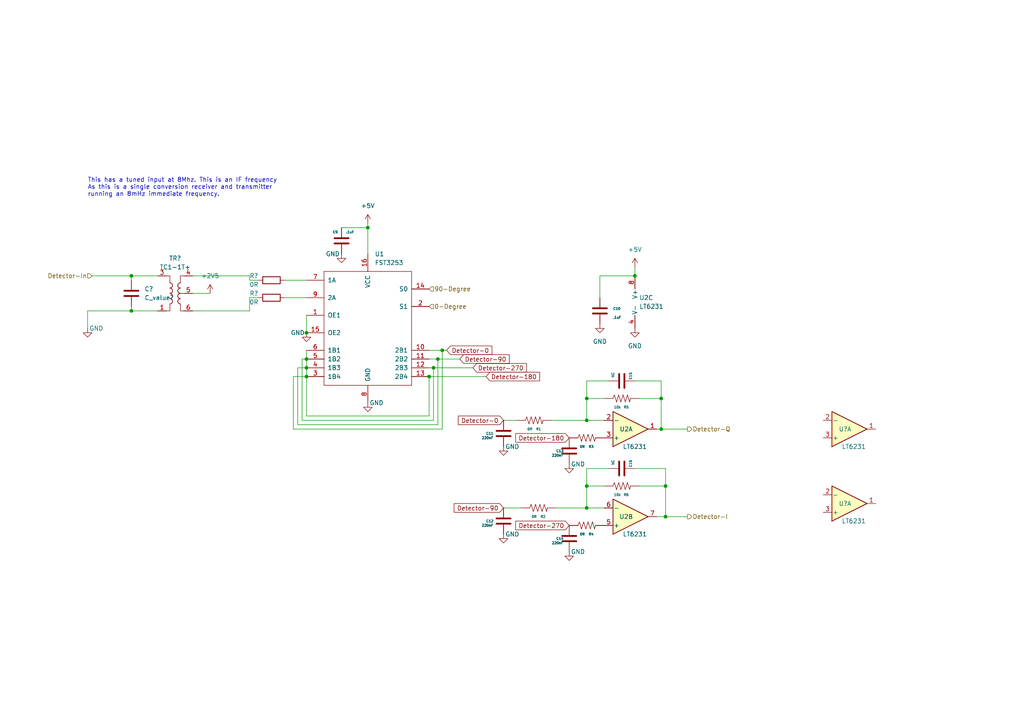
<source format=kicad_sch>
(kicad_sch (version 20230121) (generator eeschema)
  (paper "A4")
  (lib_symbols
    (symbol "Amplifier_Operational:LM358" (pin_names (offset 0.127))
      (property "Reference" "U" (at 0 5.08 0))
      (property "Value" "LM358" (at 0 -5.08 0))
      (symbol "LM358_1_1"
        (polyline (pts (xy -5.08 5.08) (xy 5.08 0) (xy -5.08 -5.08) (xy -5.08 5.08)) (stroke (width 0.254)) (fill (type background)))
        (pin output line (at 7.62 0 180) (length 2.54) (name "~") (number "1"))
        (pin input line (at -7.62 -2.54 0) (length 2.54) (name "-") (number "2"))
        (pin input line (at -7.62 2.54 0) (length 2.54) (name "+") (number "3"))
      )
      (symbol "LM358_2_1"
        (polyline (pts (xy -5.08 5.08) (xy 5.08 0) (xy -5.08 -5.08) (xy -5.08 5.08)) (stroke (width 0.254)) (fill (type background)))
        (pin input line (at -7.62 2.54 0) (length 2.54) (name "+") (number "5"))
        (pin input line (at -7.62 -2.54 0) (length 2.54) (name "-") (number "6"))
        (pin output line (at 7.62 0 180) (length 2.54) (name "~") (number "7"))
      )
      (symbol "LM358_3_1"
        (pin power_in line (at -2.54 -7.62 90) (length 3.81) (name "V-") (number "4"))
        (pin power_in line (at -2.54 7.62 270) (length 3.81) (name "V+") (number "8"))
      )
    )
    (symbol "Device:C" (pin_numbers hide) (pin_names (offset 0.254))
      (property "Reference" "C" (at 0.635 2.54 0))
      (property "Value" "C" (at 0.635 -2.54 0))
      (symbol "C_0_1"
        (polyline (pts (xy -2.032 -0.762) (xy 2.032 -0.762)) (stroke (width 0.508)))
        (polyline (pts (xy -2.032 0.762) (xy 2.032 0.762)) (stroke (width 0.508)))
      )
      (symbol "C_1_1"
        (pin passive line (at 0 3.81 270) (length 2.794) (name "~") (number "1"))
        (pin passive line (at 0 -3.81 90) (length 2.794) (name "~") (number "2"))
      )
    )
    (symbol "Device:R" (pin_numbers hide) (pin_names (offset 0))
      (property "Reference" "R" (at 2.032 0 90))
      (property "Value" "R" (at 0 0 90))
      (symbol "R_0_1"
        (rectangle (start -1.016 -2.54) (end 1.016 2.54) (stroke (width 0.254)))
      )
      (symbol "R_1_1"
        (pin passive line (at 0 3.81 270) (length 1.27) (name "~") (number "1"))
        (pin passive line (at 0 -3.81 90) (length 1.27) (name "~") (number "2"))
      )
    )
    (symbol "Transformer:ADT1-6T" (pin_names hide)
      (property "Reference" "TR" (at 0 6.35 0))
      (property "Value" "ADT1-6T" (at 0 -6.35 0))
      (symbol "ADT1-6T_0_1"
        (arc (start -1.524 -3.048) (mid -0.7653 -2.286) (end -1.524 -1.524) (stroke (width 0.2032)))
        (arc (start -1.524 -1.524) (mid -0.7653 -0.762) (end -1.524 0) (stroke (width 0.2032)))
        (arc (start -1.524 0) (mid -0.7653 0.762) (end -1.524 1.524) (stroke (width 0.2032)))
        (arc (start -1.524 1.524) (mid -0.7653 2.286) (end -1.524 3.048) (stroke (width 0.2032)))
        (polyline (pts (xy 2.54 0) (xy 1.27 0)) (stroke (width 0.1524)))
        (polyline (pts (xy -2.54 5.08) (xy -1.524 5.08) (xy -1.524 3.048) (xy -1.524 3.048)) (stroke (width 0.1524)))
        (polyline (pts (xy -1.524 -3.048) (xy -1.524 -5.08) (xy -2.54 -5.08) (xy -2.54 -5.08)) (stroke (width 0.1524)))
        (polyline (pts (xy 1.524 3.048) (xy 1.524 5.08) (xy 2.54 5.08) (xy 2.54 5.08)) (stroke (width 0.1524)))
        (polyline (pts (xy 2.54 -5.08) (xy 1.524 -5.08) (xy 1.524 -3.048) (xy 1.524 -3.048)) (stroke (width 0.1524)))
        (arc (start 1.524 -1.524) (mid 0.7653 -2.286) (end 1.524 -3.048) (stroke (width 0.2032)))
        (arc (start 1.524 0) (mid 0.7653 -0.762) (end 1.524 -1.524) (stroke (width 0.2032)))
        (arc (start 1.524 1.524) (mid 0.7653 0.762) (end 1.524 0) (stroke (width 0.2032)))
        (arc (start 1.524 3.048) (mid 0.7653 2.286) (end 1.524 1.524) (stroke (width 0.2032)))
      )
      (symbol "ADT1-6T_1_1"
        (pin passive line (at -5.08 -5.08 0) (length 2.54) (name "~") (number "1"))
        (pin passive line (at -5.08 5.08 0) (length 2.54) (name "~") (number "3"))
        (pin passive line (at 5.08 5.08 180) (length 2.54) (name "~") (number "4"))
        (pin passive line (at 5.08 0 180) (length 2.54) (name "~") (number "5"))
        (pin passive line (at 5.08 -5.08 180) (length 2.54) (name "~") (number "6"))
      )
    )
    (symbol "Xenir:Capacitor" (pin_names (offset 1.016))
      (property "Reference" "C" (at 0 3.175 0))
      (property "Value" "Capacitor" (at 0 -3.175 0))
      (symbol "Capacitor_1_1"
        (polyline (pts (xy -0.762 -2.032) (xy -0.762 2.032)) (stroke (width 0.508)))
        (polyline (pts (xy 0.762 -2.032) (xy 0.762 2.032)) (stroke (width 0.508)))
        (pin passive line (at -3.81 0 0) (length 2.794) (name "~") (number "1"))
        (pin passive line (at 3.81 0 180) (length 2.794) (name "~") (number "2"))
      )
    )
    (symbol "Xenir:FST3253" (pin_names (offset 1.016))
      (property "Reference" "U" (at -2.54 -15.24 0))
      (property "Value" "FST3253" (at -11.43 -33.02 0))
      (symbol "FST3253_1_1"
        (polyline (pts (xy -24.13 -16.51) (xy -24.13 -49.53)))
        (polyline (pts (xy -24.13 -16.51) (xy 1.27 -16.51)))
        (polyline (pts (xy 1.27 -49.53) (xy -24.13 -49.53)))
        (polyline (pts (xy 1.27 -49.53) (xy 1.27 -16.51)))
        (pin bidirectional line (at -29.21 -29.21 0) (length 5.08) (name "OE1") (number "1"))
        (pin output line (at 6.35 -39.37 180) (length 5.08) (name "2B1") (number "10"))
        (pin output line (at 6.35 -41.91 180) (length 5.08) (name "2B2") (number "11"))
        (pin input line (at 6.35 -44.45 180) (length 5.08) (name "2B3") (number "12"))
        (pin input line (at 6.35 -46.99 180) (length 5.08) (name "2B4") (number "13"))
        (pin bidirectional line (at 6.35 -21.59 180) (length 5.08) (name "S0") (number "14"))
        (pin bidirectional line (at -29.21 -34.29 0) (length 5.08) (name "OE2") (number "15"))
        (pin bidirectional line (at -11.43 -11.43 270) (length 5.08) (name "VCC") (number "16"))
        (pin bidirectional line (at 6.35 -26.67 180) (length 5.08) (name "S1") (number "2"))
        (pin output line (at -29.21 -46.99 0) (length 5.08) (name "1B4") (number "3"))
        (pin output line (at -29.21 -44.45 0) (length 5.08) (name "1B3") (number "4"))
        (pin input line (at -29.21 -41.91 0) (length 5.08) (name "1B2") (number "5"))
        (pin input line (at -29.21 -39.37 0) (length 5.08) (name "1B1") (number "6"))
        (pin bidirectional line (at -29.21 -19.05 0) (length 5.08) (name "1A") (number "7"))
        (pin bidirectional line (at -11.43 -54.61 90) (length 5.08) (name "GND") (number "8"))
        (pin bidirectional line (at -29.21 -24.13 0) (length 5.08) (name "2A") (number "9"))
      )
    )
    (symbol "Xenir:Resistor" (pin_names (offset 1.016))
      (property "Reference" "R" (at 0 1.905 0))
      (property "Value" "Resistor" (at 0 -1.905 0))
      (symbol "Resistor_1_1"
        (polyline (pts (xy -2.54 0) (xy -2.159 1.016)))
        (polyline (pts (xy -2.159 1.016) (xy -1.524 -1.016)))
        (polyline (pts (xy -1.524 -1.016) (xy -0.889 1.016)))
        (polyline (pts (xy -0.889 1.016) (xy -0.254 -1.016)))
        (polyline (pts (xy -0.254 -1.016) (xy 0.381 1.016)))
        (polyline (pts (xy 0.381 1.016) (xy 1.016 -1.016)))
        (polyline (pts (xy 1.016 -1.016) (xy 1.651 1.016)))
        (polyline (pts (xy 1.651 1.016) (xy 2.286 -1.016)))
        (polyline (pts (xy 2.286 -1.016) (xy 2.54 0)))
        (pin passive line (at -5.08 0 0) (length 2.54) (name "1") (number "1"))
        (pin passive line (at 5.08 0 180) (length 2.54) (name "2") (number "2"))
      )
    )
    (symbol "power:+2V5" (power) (pin_names (offset 0))
      (property "Value" "+2V5" (at 0 3.556 0))
      (symbol "+2V5_0_1"
        (polyline (pts (xy -0.762 1.27) (xy 0 2.54)))
        (polyline (pts (xy 0 0) (xy 0 2.54)))
        (polyline (pts (xy 0 2.54) (xy 0.762 1.27)))
      )
      (symbol "+2V5_1_1"
        (pin power_in line (at 0 0 90) (length 0) hide (name "+2V5") (number "1"))
      )
    )
    (symbol "power:+5V" (power) (pin_names (offset 0))
      (property "Value" "+5V" (at 0 3.556 0))
      (symbol "+5V_0_1"
        (polyline (pts (xy -0.762 1.27) (xy 0 2.54)))
        (polyline (pts (xy 0 0) (xy 0 2.54)))
        (polyline (pts (xy 0 2.54) (xy 0.762 1.27)))
      )
      (symbol "+5V_1_1"
        (pin power_in line (at 0 0 90) (length 0) hide (name "+5V") (number "1"))
      )
    )
    (symbol "power:GND" (power) (pin_names (offset 0))
      (property "Value" "GND" (at 0 -3.81 0))
      (symbol "GND_0_1"
        (polyline (pts (xy 0 0) (xy 0 -1.27) (xy 1.27 -1.27) (xy 0 -2.54) (xy -1.27 -1.27) (xy 0 -1.27)))
      )
      (symbol "GND_1_1"
        (pin power_in line (at 0 0 270) (length 0) hide (name "GND") (number "1"))
      )
    )
  )
  (junction (at 127 104.14))
  (junction (at 125.73 106.68))
  (junction (at 128.27 101.6))
  (junction (at 184.15 80.01))
  (junction (at 191.77 115.57))
  (junction (at 191.77 124.46))
  (junction (at 170.18 140.97))
  (junction (at 106.68 66.04))
  (junction (at 170.18 115.57))
  (junction (at 88.9 106.68))
  (junction (at 38.1 80.01))
  (junction (at 124.46 109.22))
  (junction (at 88.9 109.22))
  (junction (at 88.9 104.14))
  (junction (at 170.18 121.92))
  (junction (at 193.04 149.86))
  (junction (at 193.04 140.97))
  (junction (at 170.18 147.32))
  (junction (at 88.9 96.52))
  (junction (at 38.1 90.17))
  (wire (pts (xy 88.9 91.44) (xy 88.9 96.52)))
  (wire (pts (xy 193.04 140.97) (xy 193.04 135.89)))
  (wire (pts (xy 124.46 101.6) (xy 128.27 101.6)))
  (wire (pts (xy 72.39 81.28) (xy 74.93 81.28)))
  (wire (pts (xy 125.73 106.68) (xy 137.16 106.68)))
  (wire (pts (xy 128.27 101.6) (xy 129.54 101.6)))
  (wire (pts (xy 127 104.14) (xy 127 123.19)))
  (wire (pts (xy 193.04 149.86) (xy 199.39 149.86)))
  (wire (pts (xy 128.27 124.46) (xy 85.09 124.46)))
  (wire (pts (xy 124.46 106.68) (xy 125.73 106.68)))
  (wire (pts (xy 72.39 86.36) (xy 74.93 86.36)))
  (wire (pts (xy 88.9 101.6) (xy 88.9 104.14)))
  (wire (pts (xy 38.1 90.17) (xy 45.72 90.17)))
  (wire (pts (xy 86.36 123.19) (xy 86.36 106.68)))
  (wire (pts (xy 184.15 110.49) (xy 191.77 110.49)))
  (wire (pts (xy 124.46 109.22) (xy 140.97 109.22)))
  (wire (pts (xy 88.9 109.22) (xy 88.9 120.65)))
  (wire (pts (xy 170.18 121.92) (xy 175.26 121.92)))
  (wire (pts (xy 125.73 106.68) (xy 125.73 121.92)))
  (wire (pts (xy 173.99 80.01) (xy 184.15 80.01)))
  (wire (pts (xy 170.18 110.49) (xy 170.18 115.57)))
  (wire (pts (xy 176.53 135.89) (xy 170.18 135.89)))
  (wire (pts (xy 170.18 140.97) (xy 170.18 147.32)))
  (wire (pts (xy 146.05 147.32) (xy 151.13 147.32)))
  (wire (pts (xy 161.29 147.32) (xy 170.18 147.32)))
  (wire (pts (xy 38.1 88.9) (xy 38.1 90.17)))
  (wire (pts (xy 55.88 90.17) (xy 72.39 90.17)))
  (wire (pts (xy 38.1 80.01) (xy 45.72 80.01)))
  (wire (pts (xy 25.4 90.17) (xy 25.4 95.25)))
  (wire (pts (xy 82.55 81.28) (xy 88.9 81.28)))
  (wire (pts (xy 99.06 66.04) (xy 106.68 66.04)))
  (wire (pts (xy 82.55 86.36) (xy 88.9 86.36)))
  (wire (pts (xy 55.88 80.01) (xy 72.39 80.01)))
  (wire (pts (xy 191.77 110.49) (xy 191.77 115.57)))
  (wire (pts (xy 72.39 80.01) (xy 72.39 81.28)))
  (wire (pts (xy 170.18 140.97) (xy 175.26 140.97)))
  (wire (pts (xy 125.73 121.92) (xy 87.63 121.92)))
  (wire (pts (xy 175.26 115.57) (xy 170.18 115.57)))
  (wire (pts (xy 160.02 121.92) (xy 170.18 121.92)))
  (wire (pts (xy 193.04 149.86) (xy 190.5 149.86)))
  (wire (pts (xy 170.18 147.32) (xy 175.26 147.32)))
  (wire (pts (xy 127 104.14) (xy 133.35 104.14)))
  (wire (pts (xy 88.9 104.14) (xy 88.9 106.68)))
  (wire (pts (xy 185.42 140.97) (xy 193.04 140.97)))
  (wire (pts (xy 87.63 121.92) (xy 87.63 104.14)))
  (wire (pts (xy 173.99 86.36) (xy 173.99 80.01)))
  (wire (pts (xy 72.39 90.17) (xy 72.39 86.36)))
  (wire (pts (xy 146.05 121.92) (xy 149.86 121.92)))
  (wire (pts (xy 128.27 101.6) (xy 128.27 124.46)))
  (wire (pts (xy 124.46 120.65) (xy 88.9 120.65)))
  (wire (pts (xy 87.63 104.14) (xy 88.9 104.14)))
  (wire (pts (xy 106.68 66.04) (xy 106.68 73.66)))
  (wire (pts (xy 26.67 80.01) (xy 38.1 80.01)))
  (wire (pts (xy 176.53 110.49) (xy 170.18 110.49)))
  (wire (pts (xy 106.68 64.77) (xy 106.68 66.04)))
  (wire (pts (xy 170.18 135.89) (xy 170.18 140.97)))
  (wire (pts (xy 86.36 106.68) (xy 88.9 106.68)))
  (wire (pts (xy 193.04 135.89) (xy 184.15 135.89)))
  (wire (pts (xy 184.15 77.47) (xy 184.15 80.01)))
  (wire (pts (xy 88.9 106.68) (xy 88.9 109.22)))
  (wire (pts (xy 124.46 104.14) (xy 127 104.14)))
  (wire (pts (xy 85.09 109.22) (xy 88.9 109.22)))
  (wire (pts (xy 38.1 80.01) (xy 38.1 81.28)))
  (wire (pts (xy 191.77 115.57) (xy 191.77 124.46)))
  (wire (pts (xy 185.42 115.57) (xy 191.77 115.57)))
  (wire (pts (xy 191.77 124.46) (xy 190.5 124.46)))
  (wire (pts (xy 191.77 124.46) (xy 199.39 124.46)))
  (wire (pts (xy 25.4 90.17) (xy 38.1 90.17)))
  (wire (pts (xy 85.09 124.46) (xy 85.09 109.22)))
  (wire (pts (xy 193.04 149.86) (xy 193.04 140.97)))
  (wire (pts (xy 127 123.19) (xy 86.36 123.19)))
  (wire (pts (xy 124.46 109.22) (xy 124.46 120.65)))
  (wire (pts (xy 170.18 115.57) (xy 170.18 121.92)))
  (wire (pts (xy 55.88 85.09) (xy 60.96 85.09)))
  (text "This has a tuned input at 8Mhz. This is an IF frequency\nAs this is a single conversion receiver and transmitter\nrunning an 8mHz immediate frequency." (at 25.4 57.15 0) (effects (font (size 1.27 1.27)) (justify left bottom)))
  (global_label "Detector-270" (shape input) (at 137.16 106.68 0) (property "Intersheetrefs" "${INTERSHEET_REFS}" (effects hide)))
  (global_label "Detector-180" (shape input) (at 140.97 109.22 0) (property "Intersheetrefs" "${INTERSHEET_REFS}" (effects hide)))
  (global_label "Detector-180" (shape input) (at 165.1 127 180) (property "Intersheetrefs" "${INTERSHEET_REFS}" (effects hide)))
  (global_label "Detector-90" (shape input) (at 133.35 104.14 0) (property "Intersheetrefs" "${INTERSHEET_REFS}" (effects hide)))
  (global_label "Detector-0" (shape input) (at 146.05 121.92 180) (property "Intersheetrefs" "${INTERSHEET_REFS}" (effects hide)))
  (global_label "Detector-270" (shape input) (at 165.1 152.4 180) (property "Intersheetrefs" "${INTERSHEET_REFS}" (effects hide)))
  (global_label "Detector-90" (shape input) (at 146.05 147.32 180) (property "Intersheetrefs" "${INTERSHEET_REFS}" (effects hide)))
  (global_label "Detector-0" (shape input) (at 129.54 101.6 0) (property "Intersheetrefs" "${INTERSHEET_REFS}" (effects hide)))
  (hierarchical_label "Detector-Q" (shape output) (at 199.39 124.46 0))
  (hierarchical_label "Detector-In" (shape input) (at 26.67 80.01 180))
  (hierarchical_label "0-Degree" (shape input) (at 124.46 88.9 0))
  (hierarchical_label "90-Degree" (shape input) (at 124.46 83.82 0))
  (hierarchical_label "Detector-I" (shape output) (at 199.39 149.86 0))
  (symbol (lib_id "Xenir:Capacitor") (at 99.06 69.85 90) (unit 1)
    (property "Reference" "C9" (at 96.52 67.31 90) (effects (font (size 0.7112 0.7112)) (justify right)))
    (property "Value" ".1uF" (at 100.33 67.31 90) (effects (font (size 0.7112 0.7112)) (justify right)))
    (property "Footprint" "Capacitor_SMD:C_1206_3216Metric" (effects hide))
  )
  (symbol (lib_id "Xenir:Resistor") (at 154.94 121.92 0) (unit 1)
    (property "Reference" "R1" (at 156.21 124.46 0) (effects (font (size 0.7112 0.7112))))
    (property "Value" "0R" (at 153.67 124.46 0) (effects (font (size 0.7112 0.7112))))
    (property "Footprint" "Resistor_SMD:R_0805_2012Metric" (effects hide))
  )
  (symbol (lib_id "Xenir:Resistor") (at 170.18 152.4 0) (unit 1)
    (property "Reference" "R4" (at 171.45 154.94 0) (effects (font (size 0.7112 0.7112))))
    (property "Value" "0R" (at 168.91 154.94 0) (effects (font (size 0.7112 0.7112))))
    (property "Footprint" "Resistor_SMD:R_0805_2012Metric" (effects hide))
  )
  (symbol (lib_id "power:+2V5") (at 60.96 85.09 0) (unit 1)
    (property "Reference" "#PWR0109" (effects hide))
    (property "Value" "+2V5" (at 60.96 80.01 0))
  )
  (symbol (lib_id "Xenir:FST3253") (at 118.11 62.23 0) (unit 1)
    (property "Reference" "U1" (at 108.6994 73.66 0) (effects (justify left)))
    (property "Value" "FST3253" (at 108.6994 76.2 0) (effects (justify left)))
    (property "Footprint" "Xenir:SO16" (effects hide))
  )
  (symbol (lib_id "power:GND") (at 165.1 134.62 0) (unit 1)
    (property "Reference" "#PWR0117" (effects hide))
    (property "Value" "GND" (at 167.64 134.62 0))
  )
  (symbol (lib_id "power:GND") (at 173.99 93.98 0) (unit 1)
    (property "Reference" "#PWR0113" (effects hide))
    (property "Value" "GND" (at 173.99 99.06 0))
  )
  (symbol (lib_id "power:+5V") (at 106.68 64.77 0) (unit 1)
    (property "Reference" "#PWR0106" (effects hide))
    (property "Value" "+5V" (at 106.68 59.69 0))
  )
  (symbol (lib_id "Xenir:Resistor") (at 170.18 127 0) (unit 1)
    (property "Reference" "R3" (at 171.45 129.54 0) (effects (font (size 0.7112 0.7112))))
    (property "Value" "0R" (at 168.91 129.54 0) (effects (font (size 0.7112 0.7112))))
    (property "Footprint" "Resistor_SMD:R_0805_2012Metric" (effects hide))
  )
  (symbol (lib_id "power:GND") (at 184.15 95.25 0) (unit 1)
    (property "Reference" "#PWR0112" (effects hide))
    (property "Value" "GND" (at 184.15 100.33 0))
  )
  (symbol (lib_id "power:GND") (at 88.9 96.52 0) (unit 1)
    (property "Reference" "#PWR0105" (effects hide))
    (property "Value" "GND" (at 86.36 96.52 0))
  )
  (symbol (lib_id "power:GND") (at 25.4 95.25 0) (unit 1)
    (property "Reference" "#PWR0110" (effects hide))
    (property "Value" "GND" (at 27.94 95.25 0))
  )
  (symbol (lib_id "Xenir:Capacitor") (at 165.1 156.21 90) (unit 1)
    (property "Reference" "C14" (at 161.29 156.21 90) (effects (font (size 0.7112 0.7112)) (justify right)))
    (property "Value" "220nF" (at 160.02 157.48 90) (effects (font (size 0.7112 0.7112)) (justify right)))
    (property "Footprint" "Capacitor_SMD:C_1206_3216Metric" (effects hide))
  )
  (symbol (lib_id "power:GND") (at 165.1 160.02 0) (unit 1)
    (property "Reference" "#PWR0116" (effects hide))
    (property "Value" "GND" (at 167.64 160.02 0))
  )
  (symbol (lib_id "Amplifier_Operational:LM358") (at 246.38 124.46 0) (mirror x) (unit 1)
    (property "Reference" "U?" (at 245.11 124.46 0))
    (property "Value" "LT6231" (at 247.65 129.54 0))
    (property "Footprint" "Xenir:SO08" (effects hide))
    (property "Datasheet" "http://www.ti.com/lit/ds/symlink/lm2904-n.pdf" (effects hide))
  )
  (symbol (lib_id "Amplifier_Operational:LM358") (at 182.88 149.86 0) (mirror x) (unit 2)
    (property "Reference" "U2" (at 181.61 149.86 0))
    (property "Value" "LT6231" (at 184.15 154.94 0))
    (property "Footprint" "Xenir:SO08" (effects hide))
    (property "Datasheet" "http://www.ti.com/lit/ds/symlink/lm2904-n.pdf" (effects hide))
  )
  (symbol (lib_id "Amplifier_Operational:LM358") (at 186.69 87.63 0) (unit 3)
    (property "Reference" "U2" (at 185.42 86.3599 0) (effects (justify left)))
    (property "Value" "LT6231" (at 185.42 88.8999 0) (effects (justify left)))
    (property "Footprint" "Xenir:SO08" (effects hide))
    (property "Datasheet" "http://www.ti.com/lit/ds/symlink/lm2904-n.pdf" (effects hide))
  )
  (symbol (lib_id "power:GND") (at 146.05 129.54 0) (unit 1)
    (property "Reference" "#PWR0114" (effects hide))
    (property "Value" "GND" (at 148.59 129.54 0))
  )
  (symbol (lib_id "Device:R") (at 78.74 81.28 90) (unit 1)
    (property "Reference" "R?" (at 73.66 80.01 90))
    (property "Value" "0R" (at 73.66 82.55 90))
    (property "Footprint" "Resistor_SMD:R_0805_2012Metric_Pad1.20x1.40mm_HandSolder" (effects hide))
  )
  (symbol (lib_id "Device:C") (at 38.1 85.09 0) (unit 1)
    (property "Reference" "C?" (at 41.91 83.8199 0) (effects (justify left)))
    (property "Value" "C_value?" (at 41.91 86.3599 0) (effects (justify left)))
    (property "Footprint" "Capacitor_SMD:C_0805_2012Metric_Pad1.18x1.45mm_HandSolder" (effects hide))
  )
  (symbol (lib_id "power:+5V") (at 184.15 77.47 0) (unit 1)
    (property "Reference" "#PWR0111" (effects hide))
    (property "Value" "+5V" (at 184.15 72.39 0))
  )
  (symbol (lib_id "Xenir:Capacitor") (at 146.05 125.73 90) (unit 1)
    (property "Reference" "C11" (at 140.97 125.73 90) (effects (font (size 0.7112 0.7112)) (justify right)))
    (property "Value" "220nF" (at 139.7 127 90) (effects (font (size 0.7112 0.7112)) (justify right)))
    (property "Footprint" "Capacitor_SMD:C_1206_3216Metric" (effects hide))
  )
  (symbol (lib_id "Device:R") (at 78.74 86.36 90) (unit 1)
    (property "Reference" "R?" (at 73.66 85.09 90))
    (property "Value" "0R" (at 73.66 87.63 90))
    (property "Footprint" "Resistor_SMD:R_0805_2012Metric_Pad1.20x1.40mm_HandSolder" (effects hide))
  )
  (symbol (lib_id "Xenir:Capacitor") (at 173.99 90.17 90) (unit 1)
    (property "Reference" "C10" (at 177.8 89.535 90) (effects (font (size 0.7112 0.7112)) (justify right)))
    (property "Value" ".1uF" (at 177.8 92.075 90) (effects (font (size 0.7112 0.7112)) (justify right)))
    (property "Footprint" "Capacitor_SMD:C_1206_3216Metric" (effects hide))
  )
  (symbol (lib_id "power:GND") (at 146.05 154.94 0) (unit 1)
    (property "Reference" "#PWR0115" (effects hide))
    (property "Value" "GND" (at 148.59 154.94 0))
  )
  (symbol (lib_id "Xenir:Resistor") (at 180.34 115.57 0) (unit 1)
    (property "Reference" "R5" (at 181.61 118.11 0) (effects (font (size 0.7112 0.7112))))
    (property "Value" "10k" (at 179.07 118.11 0) (effects (font (size 0.7112 0.7112))))
    (property "Footprint" "Resistor_SMD:R_0805_2012Metric" (effects hide))
  )
  (symbol (lib_id "Amplifier_Operational:LM358") (at 182.88 124.46 0) (mirror x) (unit 1)
    (property "Reference" "U2" (at 181.61 124.46 0))
    (property "Value" "LT6231" (at 184.15 129.54 0))
    (property "Footprint" "Xenir:SO08" (effects hide))
    (property "Datasheet" "http://www.ti.com/lit/ds/symlink/lm2904-n.pdf" (effects hide))
  )
  (symbol (lib_id "Transformer:ADT1-6T") (at 50.8 85.09 0) (unit 1)
    (property "Reference" "TR?" (at 50.8 74.93 0))
    (property "Value" "TC1-1T+" (at 50.8 77.47 0))
    (property "Footprint" "RF_Mini-Circuits:Mini-Circuits_CD637_H5.23mm" (effects hide))
    (property "Datasheet" "https://www.minicircuits.com/pdfs/ADT1-6T+.pdf" (effects hide))
  )
  (symbol (lib_id "power:GND") (at 106.68 116.84 0) (unit 1)
    (property "Reference" "#PWR0108" (effects hide))
    (property "Value" "GND" (at 109.22 116.84 0))
  )
  (symbol (lib_id "Xenir:Capacitor") (at 180.34 110.49 0) (unit 1)
    (property "Reference" "C15" (at 182.88 107.95 90) (effects (font (size 0.7112 0.7112)) (justify right)))
    (property "Value" "NC" (at 177.8 107.95 90) (effects (font (size 0.7112 0.7112)) (justify right)))
    (property "Footprint" "Capacitor_SMD:C_1206_3216Metric" (effects hide))
  )
  (symbol (lib_id "Xenir:Capacitor") (at 180.34 135.89 0) (unit 1)
    (property "Reference" "C16" (at 182.88 133.35 90) (effects (font (size 0.7112 0.7112)) (justify right)))
    (property "Value" "NC" (at 177.8 133.35 90) (effects (font (size 0.7112 0.7112)) (justify right)))
    (property "Footprint" "Capacitor_SMD:C_1206_3216Metric" (effects hide))
  )
  (symbol (lib_id "power:GND") (at 99.06 73.66 0) (unit 1)
    (property "Reference" "#PWR0107" (effects hide))
    (property "Value" "GND" (at 96.52 73.66 0))
  )
  (symbol (lib_id "Amplifier_Operational:LM358") (at 246.38 146.05 0) (mirror x) (unit 1)
    (property "Reference" "U?" (at 245.11 146.05 0))
    (property "Value" "LT6231" (at 247.65 151.13 0))
    (property "Footprint" "Xenir:SO08" (effects hide))
    (property "Datasheet" "http://www.ti.com/lit/ds/symlink/lm2904-n.pdf" (effects hide))
  )
  (symbol (lib_id "Xenir:Resistor") (at 156.21 147.32 0) (unit 1)
    (property "Reference" "R2" (at 157.48 149.86 0) (effects (font (size 0.7112 0.7112))))
    (property "Value" "0R" (at 154.94 149.86 0) (effects (font (size 0.7112 0.7112))))
    (property "Footprint" "Resistor_SMD:R_0805_2012Metric" (effects hide))
  )
  (symbol (lib_id "Xenir:Resistor") (at 180.34 140.97 0) (unit 1)
    (property "Reference" "R6" (at 181.61 143.51 0) (effects (font (size 0.7112 0.7112))))
    (property "Value" "10k" (at 179.07 143.51 0) (effects (font (size 0.7112 0.7112))))
    (property "Footprint" "Resistor_SMD:R_0805_2012Metric" (effects hide))
  )
  (symbol (lib_id "Xenir:Capacitor") (at 146.05 151.13 90) (unit 1)
    (property "Reference" "C12" (at 140.97 151.13 90) (effects (font (size 0.7112 0.7112)) (justify right)))
    (property "Value" "220nF" (at 139.7 152.4 90) (effects (font (size 0.7112 0.7112)) (justify right)))
    (property "Footprint" "Capacitor_SMD:C_1206_3216Metric" (effects hide))
  )
  (symbol (lib_id "Xenir:Capacitor") (at 165.1 130.81 90) (unit 1)
    (property "Reference" "C13" (at 161.29 130.81 90) (effects (font (size 0.7112 0.7112)) (justify right)))
    (property "Value" "220nF" (at 160.02 132.08 90) (effects (font (size 0.7112 0.7112)) (justify right)))
    (property "Footprint" "Capacitor_SMD:C_1206_3216Metric" (effects hide))
  )
)
</source>
